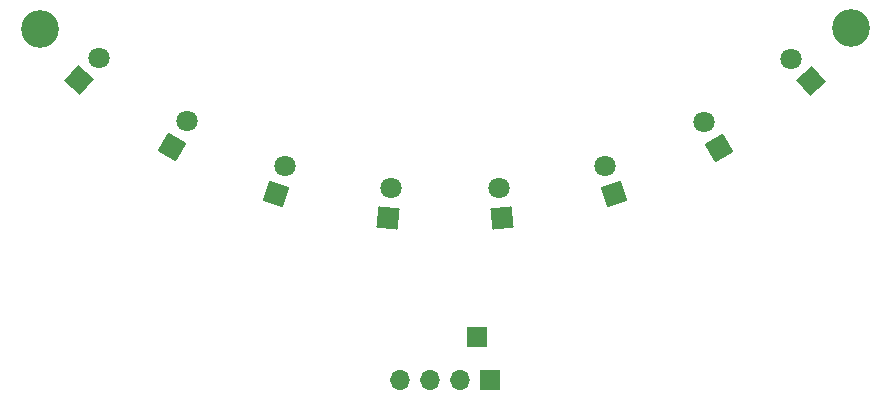
<source format=gbr>
%TF.GenerationSoftware,KiCad,Pcbnew,7.0.9*%
%TF.CreationDate,2024-12-17T14:23:38+09:00*%
%TF.ProjectId,line_front_back_robot2,6c696e65-5f66-4726-9f6e-74066261636b,rev?*%
%TF.SameCoordinates,Original*%
%TF.FileFunction,Soldermask,Bot*%
%TF.FilePolarity,Negative*%
%FSLAX46Y46*%
G04 Gerber Fmt 4.6, Leading zero omitted, Abs format (unit mm)*
G04 Created by KiCad (PCBNEW 7.0.9) date 2024-12-17 14:23:38*
%MOMM*%
%LPD*%
G01*
G04 APERTURE LIST*
G04 Aperture macros list*
%AMRotRect*
0 Rectangle, with rotation*
0 The origin of the aperture is its center*
0 $1 length*
0 $2 width*
0 $3 Rotation angle, in degrees counterclockwise*
0 Add horizontal line*
21,1,$1,$2,0,0,$3*%
G04 Aperture macros list end*
%ADD10C,3.200000*%
%ADD11RotRect,1.800000X1.800000X60.000000*%
%ADD12C,1.800000*%
%ADD13RotRect,1.800000X1.800000X72.000000*%
%ADD14R,1.700000X1.700000*%
%ADD15O,1.700000X1.700000*%
%ADD16RotRect,1.800000X1.800000X48.000000*%
%ADD17RotRect,1.800000X1.800000X108.000000*%
%ADD18RotRect,1.800000X1.800000X84.000000*%
%ADD19RotRect,1.800000X1.800000X132.000000*%
%ADD20RotRect,1.800000X1.800000X96.000000*%
%ADD21RotRect,1.800000X1.800000X120.000000*%
G04 APERTURE END LIST*
D10*
%TO.C,REF\u002A\u002A*%
X203327000Y-95631000D03*
%TD*%
%TO.C,REF\u002A\u002A*%
X134696200Y-95707200D03*
%TD*%
D11*
%TO.C,Q2*%
X145824541Y-105733707D03*
D12*
X147094541Y-103534002D03*
%TD*%
D13*
%TO.C,Q8*%
X154665451Y-109681953D03*
D12*
X155450354Y-107266269D03*
%TD*%
D14*
%TO.C,J2*%
X172807507Y-125462255D03*
D15*
X170267507Y-125462255D03*
X167727507Y-125462255D03*
X165187507Y-125462255D03*
%TD*%
D16*
%TO.C,Q7*%
X137997712Y-100033611D03*
D12*
X139697304Y-98146023D03*
%TD*%
D17*
%TO.C,Q4*%
X183289690Y-109714413D03*
D12*
X182504787Y-107298729D03*
%TD*%
D18*
%TO.C,Q9*%
X164134053Y-111705792D03*
D12*
X164399555Y-109179706D03*
%TD*%
D14*
%TO.C,J3*%
X171675000Y-121775000D03*
%TD*%
D19*
%TO.C,Q10*%
X199979269Y-100103899D03*
D12*
X198279677Y-98216311D03*
%TD*%
D20*
%TO.C,Q3*%
X173816523Y-111716772D03*
D12*
X173551021Y-109190686D03*
%TD*%
D21*
%TO.C,Q1*%
X192139532Y-105786229D03*
D12*
X190869532Y-103586524D03*
%TD*%
M02*

</source>
